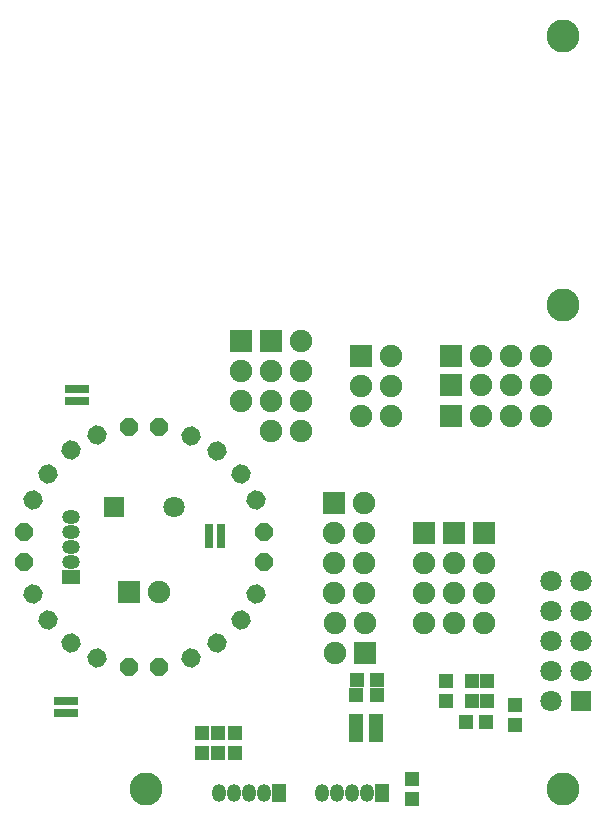
<source format=gts>
G04 DipTrace 3.0.0.2*
G04 TopMask.gbr*
%MOMM*%
G04 #@! TF.FileFunction,Soldermask,Top*
G04 #@! TF.Part,Single*
%AMOUTLINE0*5,1,8,0,0,1.67641,-22.49998*%
%AMOUTLINE1*5,1,8,0,0,1.67641,-262.50052*%
%AMOUTLINE2*5,1,8,0,0,1.67642,-232.50031*%
%AMOUTLINE3*5,1,8,0,0,1.67641,7.49948*%
%AMOUTLINE4*5,1,8,0,0,1.67641,-112.49998*%
%AMOUTLINE5*5,1,8,0,0,1.67641,-202.49998*%
%AMOUTLINE6*5,1,8,0,0,1.67642,37.49969*%
%AMOUTLINE7*5,1,8,0,0,1.67641,-82.50052*%
%AMOUTLINE8*5,1,8,0,0,1.67641,-172.50052*%
%AMOUTLINE9*5,1,8,0,0,1.67641,67.50002*%
%AMOUTLINE10*5,1,8,0,0,1.67642,-52.50031*%
%AMOUTLINE11*5,1,8,0,0,1.67642,-142.50031*%
%ADD59C,2.794*%
%ADD80R,0.6985X0.5588*%
%ADD82R,0.5588X0.6985*%
%ADD86C,1.8032*%
%ADD88O,1.2032X1.5032*%
%ADD90R,1.2032X1.5032*%
%ADD92O,1.5032X1.2032*%
%ADD94R,1.5032X1.2032*%
%ADD96C,1.9032*%
%ADD98R,1.9032X1.9032*%
%ADD100R,1.3032X1.2032*%
%ADD102R,1.2032X1.3032*%
%ADD104R,1.8032X1.8032*%
%ADD106C,1.8032*%
%ADD118OUTLINE0*%
%ADD119OUTLINE1*%
%ADD120OUTLINE2*%
%ADD121OUTLINE3*%
%ADD122OUTLINE4*%
%ADD123OUTLINE5*%
%ADD124OUTLINE6*%
%ADD125OUTLINE7*%
%ADD126OUTLINE8*%
%ADD127OUTLINE9*%
%ADD128OUTLINE10*%
%ADD129OUTLINE11*%
%FSLAX35Y35*%
G04*
G71*
G90*
G75*
G01*
G04 TopMask*
%LPD*%
D106*
X2468886Y3799914D3*
D104*
X1960886D3*
D102*
X5351786Y1955874D3*
Y2125874D3*
X4483106Y1501214D3*
Y1331214D3*
X4991106Y2153994D3*
Y2323994D3*
X2984506Y1884754D3*
Y1714754D3*
X2705106Y1887294D3*
Y1717294D3*
D100*
X5113026Y1978734D3*
X4943026D3*
D102*
X5115566Y2156534D3*
Y2326534D3*
X2842266Y1887114D3*
Y1717114D3*
D100*
X4178306Y1866974D3*
X4008306D3*
D98*
X4051306Y5082614D3*
D96*
X4305306D3*
X4051306Y4828614D3*
X4305306D3*
X4051306Y4574614D3*
X4305306D3*
D98*
X3289306Y5209614D3*
D96*
X3543306D3*
X3289306Y4955614D3*
X3543306D3*
X3289306Y4701614D3*
X3543306D3*
X3289306Y4447614D3*
X3543306D3*
D98*
X4814056Y4574614D3*
D96*
X5068056D3*
X5322056D3*
X5576056D3*
D98*
X4813386Y4829260D3*
D96*
X5067386D3*
X5321386D3*
X5575386D3*
D98*
X4813386Y5082614D3*
D96*
X5067386D3*
X5321386D3*
X5575386D3*
D98*
X3035306Y5209614D3*
D96*
Y4955614D3*
Y4701614D3*
D59*
X5758186Y1412314D3*
Y5511874D3*
Y7791527D3*
X2227586Y1412314D3*
D94*
X1600206Y3208094D3*
D92*
Y3335094D3*
Y3462094D3*
Y3589094D3*
Y3716094D3*
D90*
X4228473Y1376754D3*
D88*
X4101473D3*
X3974473D3*
X3847473D3*
X3720473D3*
D90*
X3355346D3*
D88*
X3228346D3*
X3101346D3*
X2974346D3*
X2847346D3*
D104*
X5915666Y2156534D3*
D86*
X5661666D3*
X5915666Y2410534D3*
X5661666D3*
X5915666Y2664534D3*
X5661666D3*
X5915666Y2918534D3*
X5661666D3*
X5915666Y3172534D3*
X5661666D3*
D98*
X3826516Y3832300D3*
D96*
X4080516D3*
X3826516Y3578300D3*
X4080516D3*
X3826516Y3324300D3*
X4080516D3*
X3826516Y3070300D3*
X4080516D3*
D98*
X5096209Y3579330D3*
D96*
Y3325330D3*
Y3071330D3*
Y2817330D3*
D98*
X4842183Y3579330D3*
D96*
Y3325330D3*
Y3071330D3*
Y2817330D3*
D98*
X4587509Y3578637D3*
D96*
Y3324637D3*
Y3070637D3*
Y2816637D3*
D98*
X4081786Y2562934D3*
D96*
X3827786D3*
X4081786Y2816934D3*
X3827786D3*
D98*
X2090426Y3083634D3*
D96*
X2344426D3*
D102*
X4775206Y2156534D3*
Y2326534D3*
D100*
X4010666Y1991434D3*
X4180666D3*
X4013206Y2212414D3*
X4183206D3*
X4015746Y2331794D3*
X4185746D3*
D82*
X1574806Y4800674D3*
X1676406D3*
X1727206D3*
X1625606D3*
X1727206Y4699074D3*
X1676406D3*
X1625606D3*
X1574806D3*
D80*
X2768606Y3474794D3*
Y3576394D3*
Y3627194D3*
Y3525594D3*
X2870206Y3627194D3*
Y3576394D3*
Y3525594D3*
Y3474794D3*
D82*
X1630686Y2060014D3*
X1529086D3*
X1478286D3*
X1579886D3*
X1478286Y2161614D3*
X1529086D3*
X1579886D3*
X1630686D3*
D118*
X2090426Y2446094D3*
X2344426D3*
D119*
X3161284Y3860110D3*
X3034284Y4080080D3*
D120*
X2835412Y4277960D3*
X2615438Y4404960D3*
D121*
X2615443Y2518235D3*
X2835413Y2645235D3*
D122*
X1201426Y3589094D3*
Y3335094D3*
D123*
X2344426Y4478094D3*
X2090426D3*
D124*
X3033292Y2844108D3*
X3160292Y3064081D3*
D125*
X1273568Y3064077D3*
X1400568Y2844107D3*
D126*
X1819409Y4405952D3*
X1599439Y4278952D3*
D127*
X3233426Y3335094D3*
Y3589094D3*
D128*
X1599440Y2646227D3*
X1819414Y2519227D3*
D129*
X1401560Y4080079D3*
X1274560Y3860106D3*
M02*

</source>
